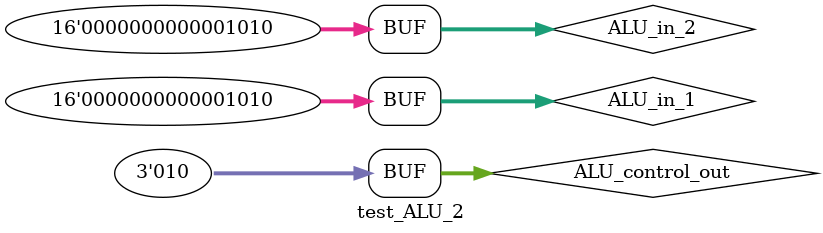
<source format=v>
`timescale 1ns / 1ps
module test_ALU_2;

parameter N=16;

reg[N-1:0] ALU_in_1;
reg [N-1:0] ALU_in_2;
wire [N-1:0] ALU_out;
reg [2:0] ALU_control_out;
wire Zero_flag;

ALU_2 alu2(
    .ALU_in_1(ALU_in_1),
    .ALU_in_2(ALU_in_2),
    .ALU_out(ALU_out),
    .ALU_control_out(ALU_control_out),
    .Zero_flag(Zero_flag)
);

initial 
begin 
#0 ALU_in_1=20;
#0 ALU_in_2=10;
#0 ALU_control_out=0;
#5 ALU_control_out=1;
#5 ALU_control_out=2;
#5 ALU_control_out=3;
#5 ALU_control_out=2;
#5 ALU_in_1=10;
end

endmodule

</source>
